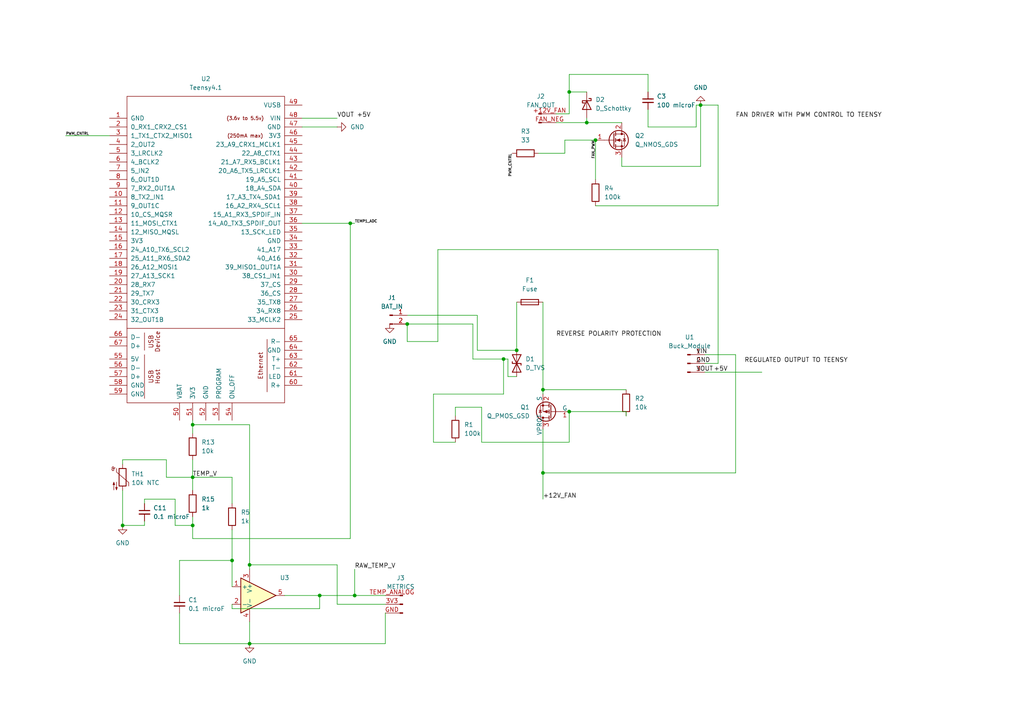
<source format=kicad_sch>
(kicad_sch (version 20250114) (generator "eeschema") (generator_version "9.0")
  (paper "A4")
  (lib_symbols
    (symbol "Conn_01x02_Pin_1" (pin_names (offset 1.016) (hide yes))
      (property "Reference" "J2" (at 0.635 5.08 0))
      (property "Value" "FAN_OUT" (at 0.635 2.54 0))
      (symbol "Conn_01x02_Pin_1_1_1"
        (rectangle (start 0.8636 0.127) (end 0 -0.127) (stroke (width 0.1524)) (fill (type outline)))
        (rectangle (start 0.8636 -2.413) (end 0 -2.667) (stroke (width 0.1524)) (fill (type outline)))
        (polyline (pts (xy 1.27 0) (xy 0.8636 0)) (stroke (width 0.1524)))
        (polyline (pts (xy 1.27 -2.54) (xy 0.8636 -2.54)) (stroke (width 0.1524)))
        (pin passive line (at 5.08 0 180) (length 3.81) (name "Pin_1") (number "+12V_FAN"))
        (pin passive line (at 5.08 -2.54 180) (length 3.81) (name "Pin_2") (number "FAN_NEG"))
      )
    )
    (symbol "Conn_01x03_Pin_1" (pin_names (offset 1.016) (hide yes))
      (property "Reference" "J3" (at 0.635 7.62 0))
      (property "Value" "Conn_01x03_Pin" (at 0.635 5.08 0))
      (symbol "Conn_01x03_Pin_1_1_1"
        (rectangle (start 0.8636 2.667) (end 0 2.413) (stroke (width 0.1524)) (fill (type outline)))
        (rectangle (start 0.8636 0.127) (end 0 -0.127) (stroke (width 0.1524)) (fill (type outline)))
        (rectangle (start 0.8636 -2.413) (end 0 -2.667) (stroke (width 0.1524)) (fill (type outline)))
        (polyline (pts (xy 1.27 2.54) (xy 0.8636 2.54)) (stroke (width 0.1524)))
        (polyline (pts (xy 1.27 0) (xy 0.8636 0)) (stroke (width 0.1524)))
        (polyline (pts (xy 1.27 -2.54) (xy 0.8636 -2.54)) (stroke (width 0.1524)))
        (pin passive line (at 5.08 2.54 180) (length 3.81) (name "Pin_1") (number "TEMP_ANALOG"))
        (pin passive line (at 5.08 0 180) (length 3.81) (name "Pin_2") (number "3V3"))
        (pin passive line (at 5.08 -2.54 180) (length 3.81) (name "Pin_3") (number "GND"))
      )
    )
    (symbol "Connector:Conn_01x02_Pin" (pin_names (offset 1.016) (hide yes))
      (property "Reference" "J" (at 0 2.54 0))
      (property "Value" "Conn_01x02_Pin" (at 0 -5.08 0))
      (symbol "Conn_01x02_Pin_1_1"
        (rectangle (start 0.8636 0.127) (end 0 -0.127) (stroke (width 0.1524)) (fill (type outline)))
        (rectangle (start 0.8636 -2.413) (end 0 -2.667) (stroke (width 0.1524)) (fill (type outline)))
        (polyline (pts (xy 1.27 0) (xy 0.8636 0)) (stroke (width 0.1524)))
        (polyline (pts (xy 1.27 -2.54) (xy 0.8636 -2.54)) (stroke (width 0.1524)))
        (pin passive line (at 5.08 0 180) (length 3.81) (name "Pin_1") (number "1"))
        (pin passive line (at 5.08 -2.54 180) (length 3.81) (name "Pin_2") (number "2"))
      )
    )
    (symbol "Connector:Conn_01x03_Pin" (pin_names (offset 1.016) (hide yes))
      (property "Reference" "J" (at 0 5.08 0))
      (property "Value" "Conn_01x03_Pin" (at 0 -5.08 0))
      (symbol "Conn_01x03_Pin_1_1"
        (rectangle (start 0.8636 2.667) (end 0 2.413) (stroke (width 0.1524)) (fill (type outline)))
        (rectangle (start 0.8636 0.127) (end 0 -0.127) (stroke (width 0.1524)) (fill (type outline)))
        (rectangle (start 0.8636 -2.413) (end 0 -2.667) (stroke (width 0.1524)) (fill (type outline)))
        (polyline (pts (xy 1.27 2.54) (xy 0.8636 2.54)) (stroke (width 0.1524)))
        (polyline (pts (xy 1.27 0) (xy 0.8636 0)) (stroke (width 0.1524)))
        (polyline (pts (xy 1.27 -2.54) (xy 0.8636 -2.54)) (stroke (width 0.1524)))
        (pin passive line (at 5.08 2.54 180) (length 3.81) (name "Pin_1") (number "1"))
        (pin passive line (at 5.08 0 180) (length 3.81) (name "Pin_2") (number "2"))
        (pin passive line (at 5.08 -2.54 180) (length 3.81) (name "Pin_3") (number "3"))
      )
    )
    (symbol "Device:C_Small" (pin_numbers (hide yes)) (pin_names (offset 0.254) (hide yes))
      (property "Reference" "C" (at 0.254 1.778 0))
      (property "Value" "C_Small" (at 0.254 -2.032 0))
      (symbol "C_Small_0_1"
        (polyline (pts (xy -1.524 0.508) (xy 1.524 0.508)) (stroke (width 0.3048)))
        (polyline (pts (xy -1.524 -0.508) (xy 1.524 -0.508)) (stroke (width 0.3302)))
      )
      (symbol "C_Small_1_1"
        (pin passive line (at 0 2.54 270) (length 2.032) (name "~") (number "1"))
        (pin passive line (at 0 -2.54 90) (length 2.032) (name "~") (number "2"))
      )
    )
    (symbol "Device:D_Schottky" (pin_numbers (hide yes)) (pin_names (offset 1.016) (hide yes))
      (property "Reference" "D" (at 0 2.54 0))
      (property "Value" "D_Schottky" (at 0 -2.54 0))
      (symbol "D_Schottky_0_1"
        (polyline (pts (xy -1.905 0.635) (xy -1.905 1.27) (xy -1.27 1.27) (xy -1.27 -1.27) (xy -0.635 -1.27) (xy -0.635 -0.635)) (stroke (width 0.254)))
        (polyline (pts (xy 1.27 1.27) (xy 1.27 -1.27) (xy -1.27 0) (xy 1.27 1.27)) (stroke (width 0.254)))
        (polyline (pts (xy 1.27 0) (xy -1.27 0)))
      )
      (symbol "D_Schottky_1_1"
        (pin passive line (at -3.81 0 0) (length 2.54) (name "K") (number "1"))
        (pin passive line (at 3.81 0 180) (length 2.54) (name "A") (number "2"))
      )
    )
    (symbol "Device:D_TVS" (pin_numbers (hide yes)) (pin_names (offset 1.016) (hide yes))
      (property "Reference" "D" (at 0 2.54 0))
      (property "Value" "D_TVS" (at 0 -2.54 0))
      (symbol "D_TVS_0_1"
        (polyline (pts (xy -2.54 1.27) (xy -2.54 -1.27) (xy 2.54 1.27) (xy 2.54 -1.27) (xy -2.54 1.27)) (stroke (width 0.254)))
        (polyline (pts (xy 0.508 1.27) (xy 0 1.27) (xy 0 -1.27) (xy -0.508 -1.27)) (stroke (width 0.254)))
        (polyline (pts (xy 1.27 0) (xy -1.27 0)))
      )
      (symbol "D_TVS_1_1"
        (pin passive line (at -3.81 0 0) (length 2.54) (name "A1") (number "1"))
        (pin passive line (at 3.81 0 180) (length 2.54) (name "A2") (number "2"))
      )
    )
    (symbol "Device:Fuse" (pin_numbers (hide yes)) (pin_names (offset 0))
      (property "Reference" "F" (at 2.032 0 90))
      (property "Value" "Fuse" (at -1.905 0 90))
      (symbol "Fuse_0_1"
        (rectangle (start -0.762 -2.54) (end 0.762 2.54) (stroke (width 0.254)))
        (polyline (pts (xy 0 2.54) (xy 0 -2.54)))
      )
      (symbol "Fuse_1_1"
        (pin passive line (at 0 3.81 270) (length 1.27) (name "~") (number "1"))
        (pin passive line (at 0 -3.81 90) (length 1.27) (name "~") (number "2"))
      )
    )
    (symbol "Device:R" (pin_numbers (hide yes)) (pin_names (offset 0))
      (property "Reference" "R" (at 2.032 0 90))
      (property "Value" "R" (at 0 0 90))
      (symbol "R_0_1"
        (rectangle (start -1.016 -2.54) (end 1.016 2.54) (stroke (width 0.254)))
      )
      (symbol "R_1_1"
        (pin passive line (at 0 3.81 270) (length 1.27) (name "~") (number "1"))
        (pin passive line (at 0 -3.81 90) (length 1.27) (name "~") (number "2"))
      )
    )
    (symbol "Device:Thermistor_NTC" (pin_numbers (hide yes)) (pin_names (offset 0))
      (property "Reference" "TH" (at -4.445 0 90))
      (property "Value" "Thermistor_NTC" (at 3.175 0 90))
      (symbol "Thermistor_NTC_0_1"
        (arc (start -3.175 2.413) (mid -3.0506 2.3165) (end -3.048 2.159))
        (arc (start -3.048 2.794) (mid -2.9736 2.9736) (end -2.794 3.048))
        (arc (start -2.794 3.048) (mid -2.6144 2.9736) (end -2.54 2.794))
        (arc (start -2.794 2.54) (mid -2.9736 2.6144) (end -3.048 2.794))
        (arc (start -2.794 1.905) (mid -2.9736 1.9794) (end -3.048 2.159))
        (arc (start -2.54 2.159) (mid -2.6144 1.9794) (end -2.794 1.905))
        (arc (start -2.159 2.794) (mid -2.434 2.5608) (end -2.794 2.54))
        (polyline (pts (xy -2.54 2.159) (xy -2.54 2.794)))
        (polyline (pts (xy -2.54 -3.683) (xy -2.54 -1.397) (xy -2.794 -2.159) (xy -2.286 -2.159) (xy -2.54 -1.397) (xy -2.54 -1.651)) (fill (type outline)))
        (polyline (pts (xy -1.778 2.54) (xy -1.778 1.524) (xy 1.778 -1.524) (xy 1.778 -2.54)))
        (polyline (pts (xy -1.778 -1.397) (xy -1.778 -3.683) (xy -2.032 -2.921) (xy -1.524 -2.921) (xy -1.778 -3.683) (xy -1.778 -3.429)) (fill (type outline)))
        (rectangle (start -1.016 2.54) (end 1.016 -2.54) (stroke (width 0.254)))
      )
      (symbol "Thermistor_NTC_1_1"
        (pin passive line (at 0 3.81 270) (length 1.27) (name "~") (number "1"))
        (pin passive line (at 0 -3.81 90) (length 1.27) (name "~") (number "2"))
      )
    )
    (symbol "Simulation_SPICE:OPAMP" (pin_names (offset 0.254))
      (property "Reference" "U" (at 3.81 3.175 0))
      (property "Value" "${SIM.PARAMS}" (at 3.81 -3.175 0))
      (symbol "OPAMP_0_1"
        (polyline (pts (xy 5.08 0) (xy -5.08 5.08) (xy -5.08 -5.08) (xy 5.08 0)) (stroke (width 0.254)) (fill (type background)))
      )
      (symbol "OPAMP_1_1"
        (pin input line (at -7.62 2.54 0) (length 2.54) (name "+") (number "1"))
        (pin input line (at -7.62 -2.54 0) (length 2.54) (name "-") (number "2"))
        (pin power_in line (at -2.54 7.62 270) (length 3.81) (name "V+") (number "3"))
        (pin power_in line (at -2.54 -7.62 90) (length 3.81) (name "V-") (number "4"))
        (pin output line (at 7.62 0 180) (length 2.54) (name "~") (number "5"))
      )
    )
    (symbol "Transistor_FET:Q_NMOS_GDS" (pin_names (offset 0) (hide yes))
      (property "Reference" "Q" (at 5.08 1.905 0))
      (property "Value" "Q_NMOS_GDS" (at 5.08 0 0))
      (symbol "Q_NMOS_GDS_0_1"
        (polyline (pts (xy 0.254 1.905) (xy 0.254 -1.905)) (stroke (width 0.254)))
        (polyline (pts (xy 0.254 0) (xy -2.54 0)))
        (polyline (pts (xy 0.762 2.286) (xy 0.762 1.27)) (stroke (width 0.254)))
        (polyline (pts (xy 0.762 0.508) (xy 0.762 -0.508)) (stroke (width 0.254)))
        (polyline (pts (xy 0.762 -1.27) (xy 0.762 -2.286)) (stroke (width 0.254)))
        (polyline (pts (xy 0.762 -1.778) (xy 3.302 -1.778) (xy 3.302 1.778) (xy 0.762 1.778)))
        (polyline (pts (xy 1.016 0) (xy 2.032 0.381) (xy 2.032 -0.381) (xy 1.016 0)) (fill (type outline)))
        (circle (center 1.651 0) (radius 2.794) (stroke (width 0.254)))
        (polyline (pts (xy 2.54 2.54) (xy 2.54 1.778)))
        (circle (center 2.54 1.778) (radius 0.254) (fill (type outline)))
        (circle (center 2.54 -1.778) (radius 0.254) (fill (type outline)))
        (polyline (pts (xy 2.54 -2.54) (xy 2.54 0) (xy 0.762 0)))
        (polyline (pts (xy 2.921 0.381) (xy 3.683 0.381)))
        (polyline (pts (xy 3.302 0.381) (xy 2.921 -0.254) (xy 3.683 -0.254) (xy 3.302 0.381)))
      )
      (symbol "Q_NMOS_GDS_1_1"
        (pin input line (at -5.08 0 0) (length 2.54) (name "G") (number "1"))
        (pin passive line (at 2.54 5.08 270) (length 2.54) (name "D") (number "2"))
        (pin passive line (at 2.54 -5.08 90) (length 2.54) (name "S") (number "3"))
      )
    )
    (symbol "Transistor_FET:Q_PMOS_GSD" (pin_names (offset 0))
      (property "Reference" "Q1" (at 6.35 -1.2701 0))
      (property "Value" "Q_PMOS_GSD" (at 6.35 1.2699 0))
      (symbol "Q_PMOS_GSD_0_1"
        (polyline (pts (xy 0.254 1.905) (xy 0.254 -1.905)) (stroke (width 0.254)))
        (polyline (pts (xy 0.254 0) (xy -2.54 0)))
        (polyline (pts (xy 0.762 2.286) (xy 0.762 1.27)) (stroke (width 0.254)))
        (polyline (pts (xy 0.762 1.778) (xy 3.302 1.778) (xy 3.302 -1.778) (xy 0.762 -1.778)))
        (polyline (pts (xy 0.762 0.508) (xy 0.762 -0.508)) (stroke (width 0.254)))
        (polyline (pts (xy 0.762 -1.27) (xy 0.762 -2.286)) (stroke (width 0.254)))
        (circle (center 1.651 0) (radius 2.794) (stroke (width 0.254)))
        (polyline (pts (xy 2.286 0) (xy 1.27 0.381) (xy 1.27 -0.381) (xy 2.286 0)) (fill (type outline)))
        (polyline (pts (xy 2.54 2.54) (xy 2.54 1.778)))
        (circle (center 2.54 1.778) (radius 0.254) (fill (type outline)))
        (circle (center 2.54 -1.778) (radius 0.254) (fill (type outline)))
        (polyline (pts (xy 2.54 -2.54) (xy 2.54 0) (xy 0.762 0)))
        (polyline (pts (xy 2.921 -0.381) (xy 3.683 -0.381)))
        (polyline (pts (xy 3.302 -0.381) (xy 2.921 0.254) (xy 3.683 0.254) (xy 3.302 -0.381)))
      )
      (symbol "Q_PMOS_GSD_1_1"
        (pin input line (at -5.08 0 0) (length 2.54) (name "G") (number "1"))
        (pin passive line (at 2.54 5.08 270) (length 2.54) (name "VPROT") (number "3"))
        (pin passive line (at 2.54 -5.08 90) (length 2.54) (name "S") (number "2"))
      )
    )
    (symbol "power:GND" (power) (pin_numbers (hide yes)) (pin_names (offset 0) (hide yes))
      (property "Value" "GND" (at 0 -3.81 0))
      (symbol "GND_0_1"
        (polyline (pts (xy 0 0) (xy 0 -1.27) (xy 1.27 -1.27) (xy 0 -2.54) (xy -1.27 -1.27) (xy 0 -1.27)))
      )
      (symbol "GND_1_1"
        (pin power_in line (at 0 0 270) (length 0) (name "~") (number "1"))
      )
    )
    (symbol "teensy:Teensy4.1" (pin_names (offset 1.016))
      (property "Reference" "U" (at 0 64.77 0))
      (property "Value" "Teensy4.1" (at 0 62.23 0))
      (symbol "Teensy4.1_0_0"
        (polyline (pts (xy -22.86 -6.35) (xy 22.86 -6.35)))
        (polyline (pts (xy -17.78 -7.62) (xy -17.78 -12.7)))
        (polyline (pts (xy -17.78 -26.67) (xy -17.78 -13.97)))
        (polyline (pts (xy 17.78 -9.525) (xy 17.78 -24.765)))
        (text "USB" (at -15.875 -10.16 900) (effects (font (size 1.27 1.27))))
        (text "USB" (at -15.875 -20.32 900) (effects (font (size 1.27 1.27))))
        (text "Device" (at -13.97 -10.16 900) (effects (font (size 1.27 1.27))))
        (text "Host" (at -13.97 -20.32 900) (effects (font (size 1.27 1.27))))
        (text "(3.6v to 5.5v)" (at 11.43 54.61 0) (effects (font (size 1.016 1.016))))
        (text "(250mA max)" (at 11.43 49.53 0) (effects (font (size 1.016 1.016))))
        (text "Ethernet" (at 15.875 -17.145 900) (effects (font (size 1.27 1.27))))
        (pin bidirectional line (at -27.94 44.45 0) (length 5.08) (name "3_LRCLK2") (number "5"))
        (pin bidirectional line (at -27.94 41.91 0) (length 5.08) (name "4_BCLK2") (number "6"))
        (pin bidirectional line (at -27.94 39.37 0) (length 5.08) (name "5_IN2") (number "7"))
        (pin bidirectional line (at -27.94 36.83 0) (length 5.08) (name "6_OUT1D") (number "8"))
        (pin bidirectional line (at -27.94 34.29 0) (length 5.08) (name "7_RX2_OUT1A") (number "9"))
        (pin bidirectional line (at -27.94 31.75 0) (length 5.08) (name "8_TX2_IN1") (number "10"))
        (pin bidirectional line (at -27.94 29.21 0) (length 5.08) (name "9_OUT1C") (number "11"))
        (pin bidirectional line (at -27.94 26.67 0) (length 5.08) (name "10_CS_MQSR") (number "12"))
        (pin bidirectional line (at -27.94 24.13 0) (length 5.08) (name "11_MOSI_CTX1") (number "13"))
        (pin bidirectional line (at -27.94 21.59 0) (length 5.08) (name "12_MISO_MQSL") (number "14"))
        (pin power_in line (at -27.94 19.05 0) (length 5.08) (name "3V3") (number "15"))
        (pin bidirectional line (at -27.94 16.51 0) (length 5.08) (name "24_A10_TX6_SCL2") (number "16"))
        (pin bidirectional line (at -27.94 13.97 0) (length 5.08) (name "25_A11_RX6_SDA2") (number "17"))
        (pin bidirectional line (at -27.94 11.43 0) (length 5.08) (name "26_A12_MOSI1") (number "18"))
        (pin bidirectional line (at -27.94 8.89 0) (length 5.08) (name "27_A13_SCK1") (number "19"))
        (pin bidirectional line (at -27.94 6.35 0) (length 5.08) (name "28_RX7") (number "20"))
        (pin bidirectional line (at -27.94 3.81 0) (length 5.08) (name "29_TX7") (number "21"))
        (pin bidirectional line (at -27.94 1.27 0) (length 5.08) (name "30_CRX3") (number "22"))
        (pin bidirectional line (at -27.94 -1.27 0) (length 5.08) (name "31_CTX3") (number "23"))
        (pin bidirectional line (at -27.94 -3.81 0) (length 5.08) (name "32_OUT1B") (number "24"))
        (pin bidirectional line (at -27.94 -8.89 0) (length 5.08) (name "D-") (number "66"))
        (pin bidirectional line (at -27.94 -11.43 0) (length 5.08) (name "D+") (number "67"))
        (pin power_out line (at -27.94 -15.24 0) (length 5.08) (name "5V") (number "55"))
        (pin bidirectional line (at -27.94 -17.78 0) (length 5.08) (name "D-") (number "56"))
        (pin bidirectional line (at -27.94 -20.32 0) (length 5.08) (name "D+") (number "57"))
        (pin power_in line (at -27.94 -22.86 0) (length 5.08) (name "GND") (number "58"))
        (pin power_in line (at -27.94 -25.4 0) (length 5.08) (name "GND") (number "59"))
        (pin power_in line (at -7.62 -33.02 90) (length 5.08) (name "VBAT") (number "50"))
        (pin power_in line (at -3.81 -33.02 90) (length 5.08) (name "3V3") (number "51"))
        (pin input line (at 0 -33.02 90) (length 5.08) (name "GND") (number "52"))
        (pin input line (at 3.81 -33.02 90) (length 5.08) (name "PROGRAM") (number "53"))
        (pin input line (at 7.62 -33.02 90) (length 5.08) (name "ON_OFF") (number "54"))
        (pin power_out line (at 27.94 58.42 180) (length 5.08) (name "VUSB") (number "49"))
        (pin power_in line (at 27.94 54.61 180) (length 5.08) (name "VIN") (number "48"))
        (pin output line (at 27.94 52.07 180) (length 5.08) (name "GND") (number "47"))
        (pin output line (at 27.94 49.53 180) (length 5.08) (name "3V3") (number "46"))
        (pin bidirectional line (at 27.94 46.99 180) (length 5.08) (name "23_A9_CRX1_MCLK1") (number "45"))
        (pin bidirectional line (at 27.94 44.45 180) (length 5.08) (name "22_A8_CTX1") (number "44"))
        (pin bidirectional line (at 27.94 41.91 180) (length 5.08) (name "21_A7_RX5_BCLK1") (number "43"))
        (pin bidirectional line (at 27.94 39.37 180) (length 5.08) (name "20_A6_TX5_LRCLK1") (number "42"))
        (pin bidirectional line (at 27.94 36.83 180) (length 5.08) (name "19_A5_SCL") (number "41"))
        (pin bidirectional line (at 27.94 34.29 180) (length 5.08) (name "18_A4_SDA") (number "40"))
        (pin bidirectional line (at 27.94 31.75 180) (length 5.08) (name "17_A3_TX4_SDA1") (number "39"))
        (pin bidirectional line (at 27.94 29.21 180) (length 5.08) (name "16_A2_RX4_SCL1") (number "38"))
        (pin bidirectional line (at 27.94 26.67 180) (length 5.08) (name "15_A1_RX3_SPDIF_IN") (number "37"))
        (pin bidirectional line (at 27.94 24.13 180) (length 5.08) (name "14_A0_TX3_SPDIF_OUT") (number "36"))
        (pin bidirectional line (at 27.94 21.59 180) (length 5.08) (name "13_SCK_LED") (number "35"))
        (pin bidirectional line (at 27.94 16.51 180) (length 5.08) (name "41_A17") (number "33"))
        (pin bidirectional line (at 27.94 13.97 180) (length 5.08) (name "40_A16") (number "32"))
        (pin bidirectional line (at 27.94 11.43 180) (length 5.08) (name "39_MISO1_OUT1A") (number "31"))
        (pin bidirectional line (at 27.94 8.89 180) (length 5.08) (name "38_CS1_IN1") (number "30"))
        (pin bidirectional line (at 27.94 6.35 180) (length 5.08) (name "37_CS") (number "29"))
        (pin bidirectional line (at 27.94 3.81 180) (length 5.08) (name "36_CS") (number "28"))
        (pin bidirectional line (at 27.94 1.27 180) (length 5.08) (name "35_TX8") (number "27"))
        (pin bidirectional line (at 27.94 -1.27 180) (length 5.08) (name "34_RX8") (number "26"))
        (pin bidirectional line (at 27.94 -3.81 180) (length 5.08) (name "33_MCLK2") (number "25"))
        (pin bidirectional line (at 27.94 -10.16 180) (length 5.08) (name "R-") (number "65"))
        (pin power_in line (at 27.94 -12.7 180) (length 5.08) (name "GND") (number "64"))
        (pin bidirectional line (at 27.94 -15.24 180) (length 5.08) (name "T+") (number "63"))
        (pin bidirectional line (at 27.94 -17.78 180) (length 5.08) (name "T-") (number "62"))
        (pin bidirectional line (at 27.94 -20.32 180) (length 5.08) (name "LED") (number "61"))
        (pin bidirectional line (at 27.94 -22.86 180) (length 5.08) (name "R+") (number "60"))
      )
      (symbol "Teensy4.1_0_1"
        (rectangle (start -22.86 60.96) (end 22.86 -27.94))
        (rectangle (start -20.32 -1.27) (end -20.32 -1.27))
      )
      (symbol "Teensy4.1_1_1"
        (pin power_in line (at -27.94 54.61 0) (length 5.08) (name "GND") (number "1"))
        (pin bidirectional line (at -27.94 52.07 0) (length 5.08) (name "0_RX1_CRX2_CS1") (number "2"))
        (pin bidirectional line (at -27.94 49.53 0) (length 5.08) (name "1_TX1_CTX2_MISO1") (number "3"))
        (pin bidirectional line (at -27.94 46.99 0) (length 5.08) (name "2_OUT2") (number "4"))
        (pin power_in line (at 27.94 19.05 180) (length 5.08) (name "GND") (number "34"))
      )
    )
  )
  (junction (at 92.71 172.72))
  (junction (at 170.18 35.56))
  (junction (at 118.11 93.98))
  (junction (at 35.56 152.4))
  (junction (at 67.31 162.56))
  (junction (at 203.2 30.48))
  (junction (at 55.88 138.43))
  (junction (at 55.88 123.19))
  (junction (at 72.39 186.69))
  (junction (at 146.05 104.14))
  (junction (at 165.1 119.38))
  (junction (at 101.6 64.77))
  (junction (at 157.48 137.16))
  (junction (at 149.86 101.6))
  (junction (at 55.88 152.4))
  (junction (at 165.1 26.67))
  (junction (at 72.39 163.83))
  (junction (at 157.48 113.03))
  (junction (at 172.72 40.64))
  (junction (at 102.87 172.72))
  (wire (pts (xy 55.88 121.92) (xy 55.88 123.19)))
  (wire (pts (xy 87.63 64.77) (xy 101.6 64.77)))
  (wire (pts (xy 157.48 124.46) (xy 157.48 137.16)))
  (wire (pts (xy 181.61 119.38) (xy 181.61 120.65)))
  (wire (pts (xy 127 72.39) (xy 127 99.06)))
  (wire (pts (xy 52.07 177.8) (xy 52.07 186.69)))
  (wire (pts (xy 125.73 114.3) (xy 146.05 114.3)))
  (wire (pts (xy 172.72 40.64) (xy 172.72 52.07)))
  (wire (pts (xy 163.83 44.45) (xy 163.83 40.64)))
  (wire (pts (xy 170.18 26.67) (xy 165.1 26.67)))
  (wire (pts (xy 97.79 175.26) (xy 111.76 175.26)))
  (wire (pts (xy 92.71 172.72) (xy 102.87 172.72)))
  (wire (pts (xy 157.48 113.03) (xy 157.48 114.3)))
  (wire (pts (xy 138.43 101.6) (xy 149.86 101.6)))
  (wire (pts (xy 157.48 87.63) (xy 157.48 113.03)))
  (wire (pts (xy 201.93 30.48) (xy 203.2 30.48)))
  (wire (pts (xy 187.96 36.83) (xy 201.93 36.83)))
  (wire (pts (xy 111.76 177.8) (xy 111.76 186.69)))
  (wire (pts (xy 204.47 107.95) (xy 220.98 107.95)))
  (wire (pts (xy 180.34 45.72) (xy 180.34 48.26)))
  (wire (pts (xy 41.91 144.78) (xy 41.91 146.05)))
  (wire (pts (xy 82.55 172.72) (xy 92.71 172.72)))
  (wire (pts (xy 165.1 119.38) (xy 165.1 128.27)))
  (wire (pts (xy 172.72 59.69) (xy 208.28 59.69)))
  (wire (pts (xy 208.28 59.69) (xy 208.28 30.48)))
  (wire (pts (xy 147.32 109.22) (xy 147.32 104.14)))
  (wire (pts (xy 48.26 133.35) (xy 35.56 133.35)))
  (wire (pts (xy 208.28 105.41) (xy 208.28 72.39)))
  (wire (pts (xy 55.88 152.4) (xy 50.8 152.4)))
  (wire (pts (xy 55.88 138.43) (xy 55.88 142.24)))
  (wire (pts (xy 19.05 39.37) (xy 31.75 39.37)))
  (wire (pts (xy 72.39 123.19) (xy 72.39 163.83)))
  (wire (pts (xy 87.63 34.29) (xy 97.79 34.29)))
  (wire (pts (xy 102.87 172.72) (xy 111.76 172.72)))
  (wire (pts (xy 67.31 138.43) (xy 67.31 146.05)))
  (wire (pts (xy 139.7 118.11) (xy 132.08 118.11)))
  (wire (pts (xy 118.11 99.06) (xy 118.11 93.98)))
  (wire (pts (xy 35.56 133.35) (xy 35.56 134.62)))
  (wire (pts (xy 55.88 123.19) (xy 55.88 125.73)))
  (wire (pts (xy 213.36 137.16) (xy 213.36 102.87)))
  (wire (pts (xy 157.48 137.16) (xy 157.48 144.78)))
  (wire (pts (xy 170.18 35.56) (xy 180.34 35.56)))
  (wire (pts (xy 97.79 163.83) (xy 97.79 175.26)))
  (wire (pts (xy 55.88 149.86) (xy 55.88 152.4)))
  (wire (pts (xy 187.96 31.75) (xy 187.96 36.83)))
  (wire (pts (xy 72.39 163.83) (xy 72.39 165.1)))
  (wire (pts (xy 67.31 162.56) (xy 52.07 162.56)))
  (wire (pts (xy 72.39 180.34) (xy 72.39 186.69)))
  (wire (pts (xy 41.91 151.13) (xy 41.91 152.4)))
  (wire (pts (xy 146.05 104.14) (xy 147.32 104.14)))
  (wire (pts (xy 161.29 35.56) (xy 170.18 35.56)))
  (wire (pts (xy 55.88 138.43) (xy 48.26 138.43)))
  (wire (pts (xy 163.83 40.64) (xy 172.72 40.64)))
  (wire (pts (xy 35.56 152.4) (xy 41.91 152.4)))
  (wire (pts (xy 52.07 162.56) (xy 52.07 172.72)))
  (wire (pts (xy 48.26 138.43) (xy 48.26 133.35)))
  (wire (pts (xy 72.39 163.83) (xy 97.79 163.83)))
  (wire (pts (xy 180.34 48.26) (xy 203.2 48.26)))
  (wire (pts (xy 55.88 138.43) (xy 67.31 138.43)))
  (wire (pts (xy 161.29 33.02) (xy 165.1 33.02)))
  (wire (pts (xy 50.8 152.4) (xy 50.8 144.78)))
  (wire (pts (xy 204.47 102.87) (xy 213.36 102.87)))
  (wire (pts (xy 137.16 93.98) (xy 137.16 104.14)))
  (wire (pts (xy 181.61 119.38) (xy 165.1 119.38)))
  (wire (pts (xy 87.63 36.83) (xy 97.79 36.83)))
  (wire (pts (xy 146.05 104.14) (xy 146.05 114.3)))
  (wire (pts (xy 157.48 137.16) (xy 213.36 137.16)))
  (wire (pts (xy 118.11 93.98) (xy 137.16 93.98)))
  (wire (pts (xy 137.16 104.14) (xy 146.05 104.14)))
  (wire (pts (xy 102.87 165.1) (xy 102.87 172.72)))
  (wire (pts (xy 67.31 162.56) (xy 67.31 170.18)))
  (wire (pts (xy 125.73 128.27) (xy 125.73 114.3)))
  (wire (pts (xy 165.1 128.27) (xy 139.7 128.27)))
  (wire (pts (xy 139.7 128.27) (xy 139.7 118.11)))
  (wire (pts (xy 92.71 172.72) (xy 92.71 176.53)))
  (wire (pts (xy 52.07 186.69) (xy 72.39 186.69)))
  (wire (pts (xy 111.76 186.69) (xy 72.39 186.69)))
  (wire (pts (xy 101.6 64.77) (xy 102.87 64.77)))
  (wire (pts (xy 165.1 21.59) (xy 187.96 21.59)))
  (wire (pts (xy 127 99.06) (xy 118.11 99.06)))
  (wire (pts (xy 203.2 30.48) (xy 203.2 48.26)))
  (wire (pts (xy 132.08 118.11) (xy 132.08 120.65)))
  (wire (pts (xy 138.43 91.44) (xy 118.11 91.44)))
  (wire (pts (xy 165.1 26.67) (xy 165.1 33.02)))
  (wire (pts (xy 170.18 34.29) (xy 170.18 35.56)))
  (wire (pts (xy 204.47 105.41) (xy 208.28 105.41)))
  (wire (pts (xy 156.21 44.45) (xy 163.83 44.45)))
  (wire (pts (xy 67.31 153.67) (xy 67.31 162.56)))
  (wire (pts (xy 149.86 87.63) (xy 149.86 101.6)))
  (wire (pts (xy 92.71 176.53) (xy 67.31 176.53)))
  (wire (pts (xy 55.88 152.4) (xy 55.88 156.21)))
  (wire (pts (xy 55.88 156.21) (xy 101.6 156.21)))
  (wire (pts (xy 208.28 72.39) (xy 127 72.39)))
  (wire (pts (xy 201.93 36.83) (xy 201.93 30.48)))
  (wire (pts (xy 138.43 91.44) (xy 138.43 101.6)))
  (wire (pts (xy 50.8 144.78) (xy 41.91 144.78)))
  (wire (pts (xy 203.2 30.48) (xy 208.28 30.48)))
  (wire (pts (xy 132.08 128.27) (xy 125.73 128.27)))
  (wire (pts (xy 187.96 21.59) (xy 187.96 26.67)))
  (wire (pts (xy 149.86 109.22) (xy 147.32 109.22)))
  (wire (pts (xy 55.88 133.35) (xy 55.88 138.43)))
  (wire (pts (xy 35.56 142.24) (xy 35.56 152.4)))
  (wire (pts (xy 157.48 113.03) (xy 181.61 113.03)))
  (wire (pts (xy 101.6 64.77) (xy 101.6 156.21)))
  (wire (pts (xy 165.1 26.67) (xy 165.1 21.59)))
  (wire (pts (xy 67.31 176.53) (xy 67.31 175.26)))
  (wire (pts (xy 55.88 123.19) (xy 72.39 123.19)))
  (label "PWM_CNTRL" (at 19.05 39.37 0) (effects (font (size 0.762 0.762))))
  (label "REVERSE POLARITY PROTECTION" (at 161.29 97.79 0))
  (label "GND" (at 201.93 105.41 0))
  (label "VIN" (at 201.93 102.87 0))
  (label "FAN_PWM" (at 172.72 40.64 270) (effects (font (size 0.762 0.762))))
  (label "RAW_TEMP_V" (at 102.87 165.1 0))
  (label "+12V_FAN" (at 157.48 144.78 0))
  (label "TEMP1_ADC" (at 102.87 64.77 0) (effects (font (size 0.762 0.762))))
  (label "TEMP_V" (at 55.88 138.43 0))
  (label "+5V" (at 207.01 107.95 0))
  (label "PWM_CNTRL" (at 148.59 44.45 270) (effects (font (size 0.762 0.762))))
  (label "VOUT" (at 201.93 107.95 0))
  (label "VOUT +5V" (at 97.79 34.29 0))
  (label "REGULATED OUTPUT TO TEENSY" (at 215.9 105.41 0))
  (label "FAN DRIVER WITH PWM CONTROL TO TEENSY" (at 213.36 34.29 0))
  (symbol (lib_id "Device:D_Schottky") (at 170.18 30.48 270) (unit 1)
    (property "Reference" "D2" (at 172.72 28.8924 90) (effects (justify left)))
    (property "Value" "D_Schottky" (at 172.72 31.4324 90) (effects (justify left)))
    (property "Description" "Schottky diode" (effects (hide yes)))
  )
  (symbol (lib_id "Transistor_FET:Q_NMOS_GDS") (at 177.8 40.64 0) (unit 1)
    (property "Reference" "Q2" (at 184.15 39.3699 0) (effects (justify left)))
    (property "Value" "Q_NMOS_GDS" (at 184.15 41.9099 0) (effects (justify left)))
    (property "Description" "N-MOSFET transistor, gate/drain/source" (effects (hide yes)))
  )
  (symbol (lib_id "Device:R") (at 172.72 55.88 0) (unit 1)
    (property "Reference" "R4" (at 175.26 54.6099 0) (effects (justify left)))
    (property "Value" "100k" (at 175.26 57.1499 0) (effects (justify left)))
    (property "Description" "Resistor" (effects (hide yes)))
  )
  (symbol (lib_id "Device:R") (at 181.61 116.84 0) (unit 1)
    (property "Reference" "R2" (at 184.15 115.5699 0) (effects (justify left)))
    (property "Value" "10k" (at 184.15 118.1099 0) (effects (justify left)))
    (property "Description" "Resistor" (effects (hide yes)))
  )
  (symbol (lib_id "Device:R") (at 132.08 124.46 0) (unit 1)
    (property "Reference" "R1" (at 134.62 123.1899 0) (effects (justify left)))
    (property "Value" "100k" (at 134.62 125.7299 0) (effects (justify left)))
    (property "Description" "Resistor" (effects (hide yes)))
  )
  (symbol (lib_id "Connector:Conn_01x03_Pin") (at 199.39 105.41 0) (unit 1)
    (property "Reference" "U1" (at 200.025 97.79 0))
    (property "Value" "Buck_Module" (at 200.025 100.33 0))
    (property "Description" "Generic connector, single row, 01x03, script generated" (effects (hide yes)))
  )
  (symbol (lib_id "power:GND") (at 35.56 152.4 0) (unit 1)
    (property "Reference" "#PWR04" (effects (hide yes)))
    (property "Value" "GND" (at 35.56 157.48 0))
    (property "Description" "Power symbol creates a global label with name \"GND\" , ground" (effects (hide yes)))
  )
  (symbol (lib_id "Device:R") (at 55.88 146.05 0) (unit 1)
    (property "Reference" "R15" (at 58.42 144.7799 0) (effects (justify left)))
    (property "Value" "1k" (at 58.42 147.3199 0) (effects (justify left)))
    (property "Description" "Resistor" (effects (hide yes)))
  )
  (symbol (lib_id "Device:D_TVS") (at 149.86 105.41 270) (unit 1)
    (property "Reference" "D1" (at 152.4 104.1399 90) (effects (justify left)))
    (property "Value" "D_TVS" (at 152.4 106.6799 90) (effects (justify left)))
    (property "Description" "Bidirectional transient-voltage-suppression diode" (effects (hide yes)))
  )
  (symbol (lib_id "Device:R") (at 67.31 149.86 0) (unit 1)
    (property "Reference" "R5" (at 69.85 148.5899 0) (effects (justify left)))
    (property "Value" "1k" (at 69.85 151.1299 0) (effects (justify left)))
    (property "Description" "Resistor" (effects (hide yes)))
  )
  (symbol (lib_id "Device:C_Small") (at 52.07 175.26 0) (unit 1)
    (property "Reference" "C1" (at 54.61 173.9962 0) (effects (justify left)))
    (property "Value" "0.1 microF" (at 54.61 176.5362 0) (effects (justify left)))
    (property "Description" "Unpolarized capacitor, small symbol" (effects (hide yes)))
  )
  (symbol (lib_id "Device:Fuse") (at 153.67 87.63 90) (unit 1)
    (property "Reference" "F1" (at 153.67 81.28 90))
    (property "Value" "Fuse" (at 153.67 83.82 90))
    (property "Description" "Fuse" (effects (hide yes)))
  )
  (symbol (lib_id "Device:C_Small") (at 187.96 29.21 0) (unit 1)
    (property "Reference" "C3" (at 190.5 27.9462 0) (effects (justify left)))
    (property "Value" "100 microF" (at 190.5 30.4862 0) (effects (justify left)))
    (property "Description" "Unpolarized capacitor, small symbol" (effects (hide yes)))
  )
  (symbol (lib_id "Device:C_Small") (at 41.91 148.59 0) (unit 1)
    (property "Reference" "C11" (at 44.45 147.3262 0) (effects (justify left)))
    (property "Value" "0.1 microF" (at 44.45 149.8662 0) (effects (justify left)))
    (property "Description" "Unpolarized capacitor, small symbol" (effects (hide yes)))
  )
  (symbol (lib_name "Conn_01x03_Pin_1") (lib_id "Connector:Conn_01x03_Pin") (at 116.84 175.26 0) (mirror y) (unit 1)
    (property "Reference" "J3" (at 116.205 167.64 0))
    (property "Value" "METRICS" (at 116.205 170.18 0))
    (property "Description" "Generic connector, single row, 01x03, script generated" (effects (hide yes)))
  )
  (symbol (lib_id "power:GND") (at 97.79 36.83 90) (unit 1)
    (property "Reference" "#PWR03" (effects (hide yes)))
    (property "Value" "GND" (at 101.6 36.8299 90) (effects (justify right)))
    (property "Description" "Power symbol creates a global label with name \"GND\" , ground" (effects (hide yes)))
  )
  (symbol (lib_id "power:GND") (at 113.03 93.98 0) (unit 1)
    (property "Reference" "#PWR01" (effects (hide yes)))
    (property "Value" "GND" (at 113.03 99.06 0))
    (property "Description" "Power symbol creates a global label with name \"GND\" , ground" (effects (hide yes)))
  )
  (symbol (lib_id "Simulation_SPICE:OPAMP") (at 74.93 172.72 0) (unit 1)
    (property "Reference" "U3" (at 82.55 167.5698 0))
    (property "Value" "${SIM.PARAMS}" (at 82.55 169.4749 0))
    (property "Datasheet" "https://ngspice.sourceforge.io/docs/ngspice-html-manual/manual.xhtml#sec__SUBCKT_Subcircuits" (effects (hide yes)))
    (property "Description" "Operational amplifier, single" (effects (hide yes)))
    (property "Sim.Pins" "1=in+ 2=in- 3=vcc 4=vee 5=out" (effects (hide yes)))
    (property "Sim.Device" "SUBCKT" (effects (hide yes)))
    (property "Sim.Library" "${KICAD9_SYMBOL_DIR}/Simulation_SPICE.sp" (effects (hide yes)))
    (property "Sim.Name" "kicad_builtin_opamp" (effects (hide yes)))
  )
  (symbol (lib_name "Conn_01x02_Pin_1") (lib_id "Connector:Conn_01x02_Pin") (at 156.21 33.02 0) (unit 1)
    (property "Reference" "J2" (at 156.845 27.94 0))
    (property "Value" "FAN_OUT" (at 156.845 30.48 0))
    (property "Description" "Generic connector, single row, 01x02, script generated" (effects (hide yes)))
  )
  (symbol (lib_id "Device:Thermistor_NTC") (at 35.56 138.43 0) (unit 1)
    (property "Reference" "TH1" (at 38.1 137.4774 0) (effects (justify left)))
    (property "Value" "10k NTC" (at 38.1 140.0174 0) (effects (justify left)))
    (property "Description" "Temperature dependent resistor, negative temperature coefficient" (effects (hide yes)))
  )
  (symbol (lib_id "power:GND") (at 72.39 186.69 0) (unit 1)
    (property "Reference" "#PWR05" (effects (hide yes)))
    (property "Value" "GND" (at 72.39 191.77 0))
    (property "Description" "Power symbol creates a global label with name \"GND\" , ground" (effects (hide yes)))
  )
  (symbol (lib_id "Transistor_FET:Q_PMOS_GSD") (at 160.02 119.38 180) (unit 1)
    (property "Reference" "Q1" (at 153.67 118.1099 0) (effects (justify left)))
    (property "Value" "Q_PMOS_GSD" (at 153.67 120.6499 0) (effects (justify left)))
    (property "Description" "P-MOSFET transistor, gate/source/drain" (effects (hide yes)))
  )
  (symbol (lib_id "Device:R") (at 55.88 129.54 0) (unit 1)
    (property "Reference" "R13" (at 58.42 128.2699 0) (effects (justify left)))
    (property "Value" "10k" (at 58.42 130.8099 0) (effects (justify left)))
    (property "Description" "Resistor" (effects (hide yes)))
  )
  (symbol (lib_id "power:GND") (at 203.2 30.48 180) (unit 1)
    (property "Reference" "#PWR02" (effects (hide yes)))
    (property "Value" "GND" (at 203.2 25.4 0))
    (property "Description" "Power symbol creates a global label with name \"GND\" , ground" (effects (hide yes)))
  )
  (symbol (lib_id "Device:R") (at 152.4 44.45 270) (unit 1)
    (property "Reference" "R3" (at 152.4 38.1 90))
    (property "Value" "33" (at 152.4 40.64 90))
    (property "Description" "Resistor" (effects (hide yes)))
  )
  (symbol (lib_id "teensy:Teensy4.1") (at 59.69 88.9 0) (unit 1)
    (property "Reference" "U2" (at 59.69 22.86 0))
    (property "Value" "Teensy4.1" (at 59.69 25.4 0))
  )
  (symbol (lib_id "Connector:Conn_01x02_Pin") (at 113.03 91.44 0) (unit 1)
    (property "Reference" "J1" (at 113.665 86.36 0))
    (property "Value" "BAT_IN" (at 113.665 88.9 0))
    (property "Description" "Generic connector, single row, 01x02, script generated" (effects (hide yes)))
  )
)
</source>
